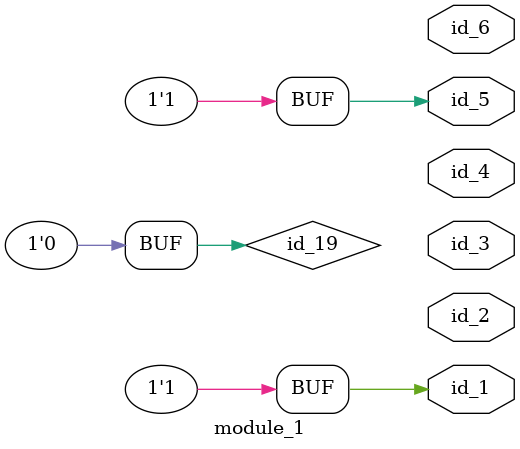
<source format=v>
module module_0;
  always id_1 = id_1 & id_1;
endmodule
module module_1 (
    id_1,
    id_2,
    id_3,
    id_4,
    id_5,
    id_6
);
  output wire id_6;
  output wire id_5;
  output wire id_4;
  output wire id_3;
  output wire id_2;
  output wire id_1;
  assign id_1 = 1;
  wire id_7;
  wire id_8, id_9, id_10, id_11;
  module_0 modCall_1 ();
  wire id_12;
  wire id_13;
  wire id_14, id_15, id_16;
  wire id_17, id_18, id_19 = -1'b0;
  assign id_5 = -1;
endmodule

</source>
